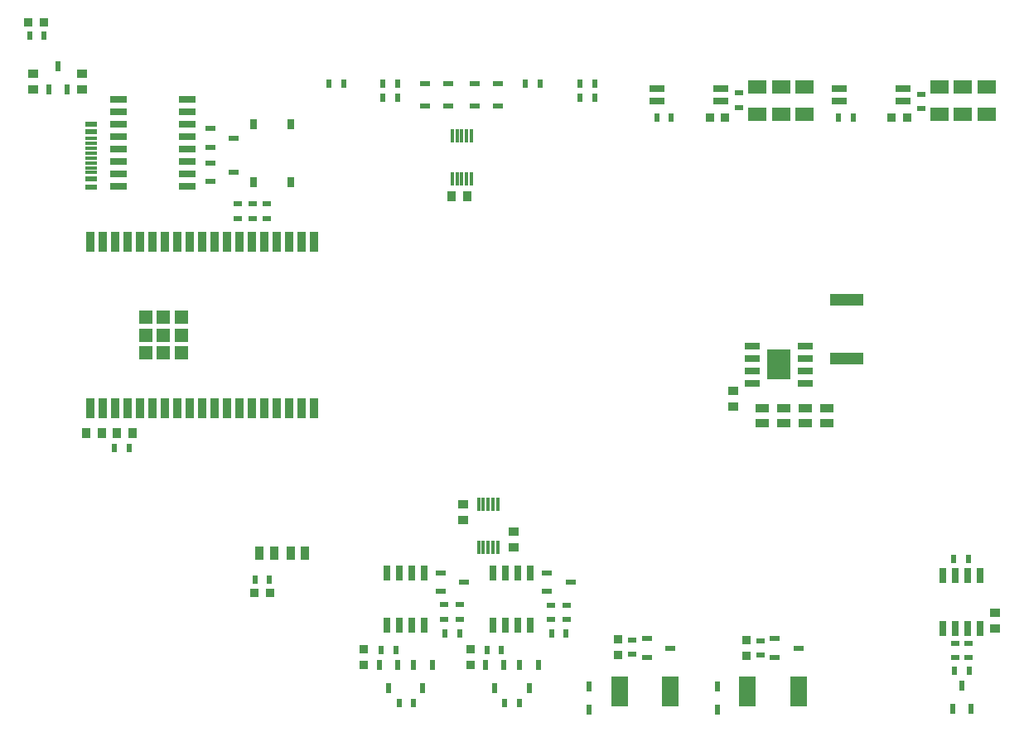
<source format=gbr>
%TF.GenerationSoftware,Altium Limited,Altium Designer,21.9.2 (33)*%
G04 Layer_Color=8421504*
%FSLAX45Y45*%
%MOMM*%
%TF.SameCoordinates,9F934031-F859-43C4-9D29-15814C5376A4*%
%TF.FilePolarity,Positive*%
%TF.FileFunction,Paste,Top*%
%TF.Part,Single*%
G01*
G75*
%TA.AperFunction,SMDPad,CuDef*%
%ADD10R,0.95000X1.00000*%
%ADD11R,0.30000X1.40000*%
%ADD12R,1.00000X0.50000*%
%ADD13R,0.60000X0.90000*%
%ADD14R,1.55000X0.65000*%
%ADD15R,0.85000X0.95000*%
%ADD16R,0.90000X0.60000*%
%ADD17R,1.85497X1.36393*%
%ADD18R,0.75000X1.00000*%
%ADD19R,1.05000X0.60000*%
%ADD20R,0.60000X1.05000*%
%ADD21R,1.00000X0.95000*%
%ADD22R,1.77500X0.70000*%
%ADD23R,1.15000X0.30000*%
%ADD24R,1.15000X0.60000*%
%TA.AperFunction,BGAPad,CuDef*%
%ADD25R,1.33000X1.33000*%
%TA.AperFunction,ConnectorPad*%
%ADD26R,0.90000X2.00000*%
%TA.AperFunction,SMDPad,CuDef*%
%ADD27R,3.35000X1.25000*%
%ADD28R,2.40000X3.10000*%
%ADD29R,1.52500X0.65000*%
%ADD30R,1.35000X0.95000*%
%ADD31R,0.65000X1.50000*%
%ADD32R,0.95000X0.85000*%
%ADD33R,1.78000X3.15000*%
%ADD34R,0.50000X1.00000*%
%ADD35R,0.95000X1.35000*%
D10*
X-3878000Y1061000D02*
D03*
X-4038000D02*
D03*
X-7458000Y-1359000D02*
D03*
X-7298000D02*
D03*
X-7608000Y-1360400D02*
D03*
X-7768000D02*
D03*
D11*
X-3830000Y1241000D02*
D03*
X-3880000D02*
D03*
X-3930000D02*
D03*
X-3980000D02*
D03*
X-4030000D02*
D03*
Y1681000D02*
D03*
X-3980000D02*
D03*
X-3930000D02*
D03*
X-3880000D02*
D03*
X-3830000D02*
D03*
X-3760000Y-2529000D02*
D03*
X-3710000D02*
D03*
X-3660000D02*
D03*
X-3610000D02*
D03*
X-3560000D02*
D03*
Y-2089000D02*
D03*
X-3610000D02*
D03*
X-3660000D02*
D03*
X-3710000D02*
D03*
X-3760000D02*
D03*
D12*
X-3560000Y2211000D02*
D03*
X-3800000D02*
D03*
Y1981000D02*
D03*
X-3560000D02*
D03*
X-4310000Y2211000D02*
D03*
X-4070000D02*
D03*
Y1981000D02*
D03*
X-4310000D02*
D03*
D13*
X-3280000Y2211000D02*
D03*
X-3130000D02*
D03*
X-2570000D02*
D03*
X-2720000D02*
D03*
Y2071000D02*
D03*
X-2570000D02*
D03*
X-1788000Y1861000D02*
D03*
X-1938000D02*
D03*
X72000D02*
D03*
X-78000D02*
D03*
X-4740000Y2071000D02*
D03*
X-4590000D02*
D03*
Y2211000D02*
D03*
X-4740000D02*
D03*
X-5140000D02*
D03*
X-5290000D02*
D03*
X-8198000Y2701000D02*
D03*
X-8348000D02*
D03*
X1095000Y-2649000D02*
D03*
X1245000D02*
D03*
X1255000Y-3789000D02*
D03*
X1105000D02*
D03*
X-2863000Y-3409000D02*
D03*
X-3013000D02*
D03*
X-3953000D02*
D03*
X-4103000D02*
D03*
X-3525000Y-3579000D02*
D03*
X-3675000D02*
D03*
X-3493000Y-4119000D02*
D03*
X-3343000D02*
D03*
X-4605000Y-3579000D02*
D03*
X-4755000D02*
D03*
X-4423000Y-4119000D02*
D03*
X-4573000D02*
D03*
X-5895000Y-2859000D02*
D03*
X-6045000D02*
D03*
X-7478000Y-1509000D02*
D03*
X-7328000D02*
D03*
D14*
X-1283000Y2037500D02*
D03*
Y2164500D02*
D03*
X-1933000D02*
D03*
Y2037500D02*
D03*
X577000D02*
D03*
Y2164500D02*
D03*
X-73001D02*
D03*
Y2037500D02*
D03*
D15*
X-1238000Y1861000D02*
D03*
X-1398000D02*
D03*
X462000D02*
D03*
X622000D02*
D03*
X-8358000Y2841000D02*
D03*
X-8198000D02*
D03*
X-5890000Y-2999000D02*
D03*
X-6050000D02*
D03*
D16*
X-1098000Y2116000D02*
D03*
Y1966000D02*
D03*
X762000Y2106000D02*
D03*
Y1956000D02*
D03*
X-6070000Y981000D02*
D03*
Y831000D02*
D03*
X-5927000Y981000D02*
D03*
Y831000D02*
D03*
X-6217000Y981000D02*
D03*
Y831000D02*
D03*
X1250000Y-3659000D02*
D03*
Y-3509000D02*
D03*
X1110000Y-3659000D02*
D03*
Y-3509000D02*
D03*
X-880000Y-3484000D02*
D03*
Y-3634000D02*
D03*
X-2190000Y-3474000D02*
D03*
Y-3624000D02*
D03*
X-2858000Y-3269000D02*
D03*
Y-3119000D02*
D03*
X-3018001D02*
D03*
Y-3269000D02*
D03*
X-3948000Y-3264000D02*
D03*
Y-3114000D02*
D03*
X-4108000Y-3114000D02*
D03*
Y-3264000D02*
D03*
D17*
X-908000Y1902343D02*
D03*
Y2181448D02*
D03*
X-668000Y1902343D02*
D03*
Y2181448D02*
D03*
X-428000Y1901895D02*
D03*
Y2181000D02*
D03*
X952000Y1901447D02*
D03*
Y2180552D02*
D03*
X1192000Y1901895D02*
D03*
Y2181000D02*
D03*
X1432000Y1901447D02*
D03*
Y2180552D02*
D03*
D18*
X-5680500Y1801000D02*
D03*
Y1201000D02*
D03*
X-6055500Y1801000D02*
D03*
Y1201000D02*
D03*
D19*
X-6258000Y1306000D02*
D03*
X-6498000Y1211000D02*
D03*
Y1401000D02*
D03*
X-6258000Y1656000D02*
D03*
X-6498000Y1561000D02*
D03*
Y1751000D02*
D03*
X-490000Y-3559000D02*
D03*
X-730000Y-3654000D02*
D03*
Y-3464000D02*
D03*
X-1800000Y-3559000D02*
D03*
X-2040000Y-3654000D02*
D03*
Y-3464000D02*
D03*
X-4148000Y-2789000D02*
D03*
Y-2979000D02*
D03*
X-3908000Y-2884000D02*
D03*
X-3058000Y-2789000D02*
D03*
Y-2979000D02*
D03*
X-2818000Y-2884000D02*
D03*
D20*
X-8058000Y2391000D02*
D03*
X-7963000Y2151000D02*
D03*
X-8153000D02*
D03*
X1085000Y-4179000D02*
D03*
X1275000D02*
D03*
X1180000Y-3939000D02*
D03*
X-3243000Y-3969000D02*
D03*
X-3338000Y-3729000D02*
D03*
X-3148000D02*
D03*
X-3593000Y-3969000D02*
D03*
X-3688000Y-3729000D02*
D03*
X-3498000D02*
D03*
X-4583000Y-3729000D02*
D03*
X-4773000D02*
D03*
X-4678000Y-3969000D02*
D03*
X-4233000Y-3729000D02*
D03*
X-4423000D02*
D03*
X-4328000Y-3969000D02*
D03*
D21*
X-8308000Y2151000D02*
D03*
Y2311000D02*
D03*
X-7808000D02*
D03*
Y2151000D02*
D03*
X-1160000Y-1090000D02*
D03*
Y-930000D02*
D03*
X1520000Y-3359000D02*
D03*
Y-3199000D02*
D03*
X-3920000Y-2089000D02*
D03*
Y-2249000D02*
D03*
X-3400000Y-2529000D02*
D03*
Y-2369000D02*
D03*
D22*
X-6734200Y2052500D02*
D03*
Y1925500D02*
D03*
Y1798500D02*
D03*
Y1671500D02*
D03*
Y1544500D02*
D03*
Y1417500D02*
D03*
Y1290500D02*
D03*
Y1163500D02*
D03*
X-7441800D02*
D03*
Y1290500D02*
D03*
Y1417500D02*
D03*
Y1544500D02*
D03*
Y1671500D02*
D03*
Y1798500D02*
D03*
Y1925500D02*
D03*
Y2052500D02*
D03*
D23*
X-7714300Y1652500D02*
D03*
Y1602500D02*
D03*
Y1552500D02*
D03*
Y1302500D02*
D03*
Y1352500D02*
D03*
Y1402500D02*
D03*
Y1502500D02*
D03*
Y1452500D02*
D03*
D24*
Y1237500D02*
D03*
Y1717500D02*
D03*
Y1157500D02*
D03*
Y1797500D02*
D03*
D25*
X-6794500Y-542500D02*
D03*
X-6978000D02*
D03*
X-7161500D02*
D03*
Y-359000D02*
D03*
Y-175500D02*
D03*
X-6978000D02*
D03*
X-6794500D02*
D03*
Y-359000D02*
D03*
X-6978000D02*
D03*
D26*
X-7728000Y591000D02*
D03*
X-7601000D02*
D03*
X-7474000D02*
D03*
X-7347000D02*
D03*
X-7220000D02*
D03*
X-7093000D02*
D03*
X-6966000D02*
D03*
X-6839000D02*
D03*
X-6712000D02*
D03*
X-6585000D02*
D03*
X-6458000D02*
D03*
X-6331000D02*
D03*
X-6204000D02*
D03*
X-6077000D02*
D03*
X-5950000D02*
D03*
X-5823000D02*
D03*
X-5696000D02*
D03*
X-5569000D02*
D03*
X-5442000D02*
D03*
Y-1109000D02*
D03*
X-5569000D02*
D03*
X-5696000D02*
D03*
X-5823000D02*
D03*
X-5950000D02*
D03*
X-6077000D02*
D03*
X-6204000D02*
D03*
X-6331000D02*
D03*
X-6458000D02*
D03*
X-6585000D02*
D03*
X-6712000D02*
D03*
X-6839000D02*
D03*
X-6966000D02*
D03*
X-7093000D02*
D03*
X-7220000D02*
D03*
X-7347000D02*
D03*
X-7474000D02*
D03*
X-7601000D02*
D03*
X-7728000D02*
D03*
D27*
X0Y-600000D02*
D03*
Y0D02*
D03*
D28*
X-694000Y-659000D02*
D03*
D29*
X-422800Y-468500D02*
D03*
Y-595500D02*
D03*
Y-722500D02*
D03*
Y-849500D02*
D03*
X-965200D02*
D03*
Y-722500D02*
D03*
Y-595500D02*
D03*
Y-468500D02*
D03*
D30*
X-204000Y-1259000D02*
D03*
Y-1109000D02*
D03*
X-424000D02*
D03*
Y-1259000D02*
D03*
X-644000D02*
D03*
Y-1109000D02*
D03*
X-864000D02*
D03*
Y-1259000D02*
D03*
D31*
X1367000Y-2819000D02*
D03*
X1240000D02*
D03*
X1113000D02*
D03*
X986000D02*
D03*
Y-3359000D02*
D03*
X1113000D02*
D03*
X1240000D02*
D03*
X1367000D02*
D03*
X-3227000Y-2789000D02*
D03*
X-3354000D02*
D03*
X-3481000D02*
D03*
X-3608000D02*
D03*
Y-3329000D02*
D03*
X-3481000D02*
D03*
X-3354000D02*
D03*
X-3227000D02*
D03*
X-4317500Y-2789000D02*
D03*
X-4444500D02*
D03*
X-4571500D02*
D03*
X-4698500D02*
D03*
Y-3329000D02*
D03*
X-4571500D02*
D03*
X-4444500D02*
D03*
X-4317500D02*
D03*
D32*
X-1020000Y-3639000D02*
D03*
Y-3479000D02*
D03*
X-2330000Y-3469000D02*
D03*
Y-3629000D02*
D03*
X-3840000Y-3569000D02*
D03*
Y-3729000D02*
D03*
X-4930000D02*
D03*
Y-3569000D02*
D03*
D33*
X-488500Y-3999000D02*
D03*
X-1011500D02*
D03*
X-1797000D02*
D03*
X-2320000D02*
D03*
D34*
X-1320000Y-4189000D02*
D03*
Y-3949000D02*
D03*
X-2628500Y-4189000D02*
D03*
Y-3949000D02*
D03*
D35*
X-5680000Y-2589000D02*
D03*
X-5530000D02*
D03*
X-6000000D02*
D03*
X-5850000D02*
D03*
%TF.MD5,080d928389b9f70fecc5732016ac8b5f*%
M02*

</source>
